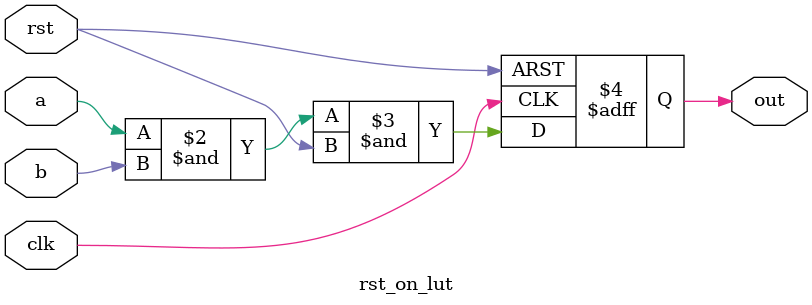
<source format=v>
`timescale 1ns / 1ps

module rst_on_lut(a, b, out, clk, rst);

input wire rst;
input wire clk;
input wire a;
input wire b;
output reg out;

always @(posedge rst or posedge clk) begin
  if (rst) begin
    out <= 0;
  end else begin
    out <= a & b & rst;
  end
end

endmodule

</source>
